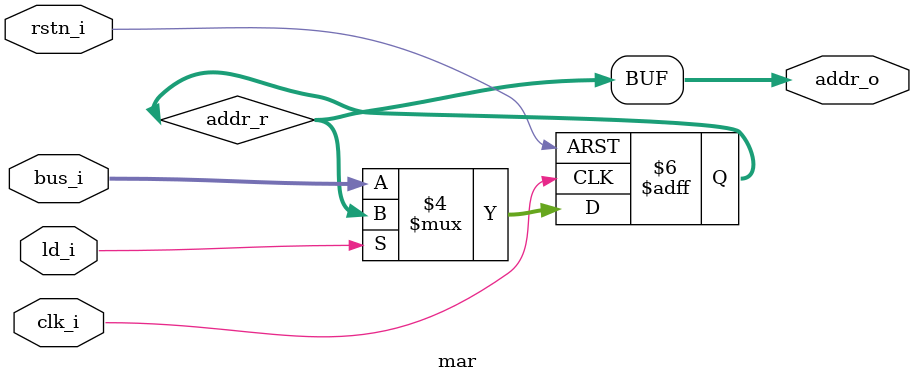
<source format=v>
module mar(
    input clk_i, 
    input rstn_i, 

    input[3:0] bus_i, 
    input ld_i, 

    output[3:0] addr_o);
    
 reg[3:0] addr_r;

always @ (posedge clk_i, negedge rstn_i) begin
    if (!rstn_i)
        addr_r <= 4'b0;
    else if (!ld_i) begin
        addr_r <= bus_i;
    end
end

assign addr_o = addr_r;

endmodule
</source>
